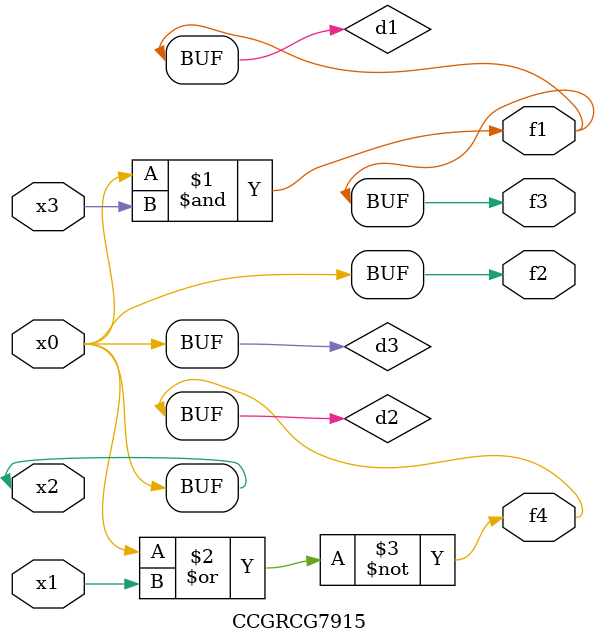
<source format=v>
module CCGRCG7915(
	input x0, x1, x2, x3,
	output f1, f2, f3, f4
);

	wire d1, d2, d3;

	and (d1, x2, x3);
	nor (d2, x0, x1);
	buf (d3, x0, x2);
	assign f1 = d1;
	assign f2 = d3;
	assign f3 = d1;
	assign f4 = d2;
endmodule

</source>
